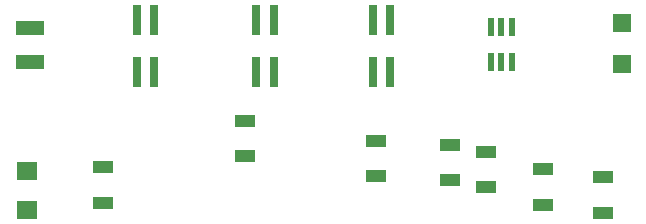
<source format=gbr>
G04 EAGLE Gerber RS-274X export*
G75*
%MOMM*%
%FSLAX34Y34*%
%LPD*%
%INSolderpaste Top*%
%IPPOS*%
%AMOC8*
5,1,8,0,0,1.08239X$1,22.5*%
G01*
%ADD10R,2.400000X1.250000*%
%ADD11R,1.700000X1.500000*%
%ADD12R,1.700000X1.000000*%
%ADD13R,1.500000X1.500000*%
%ADD14R,0.500000X1.600000*%
%ADD15R,0.700000X2.500000*%


D10*
X40600Y244550D03*
X40600Y216050D03*
D11*
X38400Y91100D03*
X38300Y124200D03*
D12*
X526500Y88500D03*
X526500Y118500D03*
X396800Y116200D03*
X396800Y146200D03*
X426900Y109900D03*
X426900Y139900D03*
X475200Y95400D03*
X475200Y125400D03*
D13*
X542100Y249200D03*
X542100Y214200D03*
D14*
X430900Y216050D03*
X448900Y216050D03*
X439900Y216050D03*
X430900Y245550D03*
X439900Y245550D03*
X448900Y245550D03*
D15*
X146200Y207300D03*
X131200Y207300D03*
X131200Y251300D03*
X146200Y251300D03*
X247500Y207800D03*
X232500Y207800D03*
X232500Y251800D03*
X247500Y251800D03*
X346100Y207600D03*
X331100Y207600D03*
X331100Y251600D03*
X346100Y251600D03*
D12*
X333600Y119600D03*
X333600Y149600D03*
X222700Y136300D03*
X222700Y166300D03*
X102400Y97100D03*
X102400Y127100D03*
M02*

</source>
